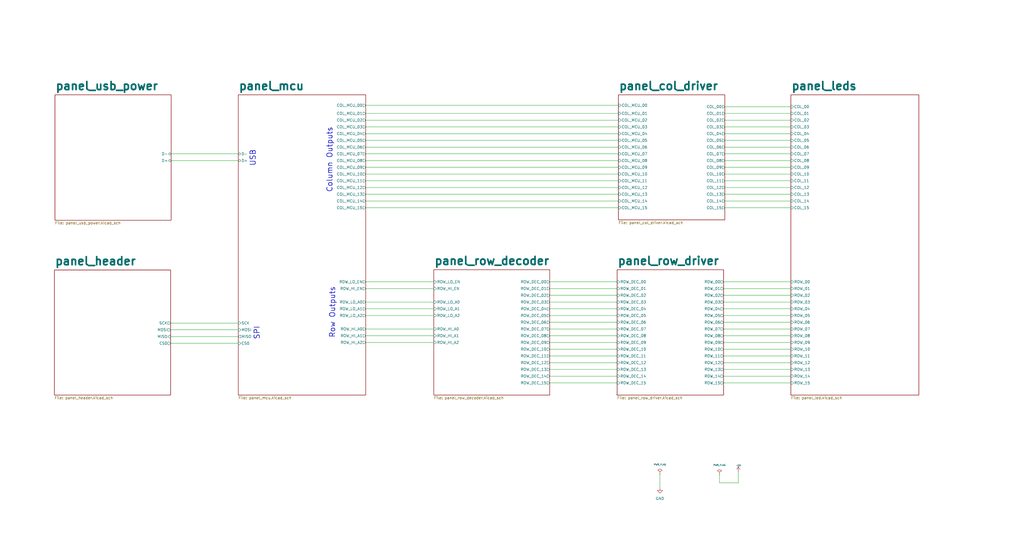
<source format=kicad_sch>
(kicad_sch (version 20230121) (generator eeschema)
  (paper "User" 482.6 254)
  (title_block (date "9 may 2016"))
  (lib_symbols
    (symbol "power:+5V" (power) (pin_names (offset 0))
      (property "Value" "+5V" (at 0 3.556 0))
      (symbol "+5V_0_1"
        (polyline (pts (xy -0.762 1.27) (xy 0 2.54)))
        (polyline (pts (xy 0 0) (xy 0 2.54)))
        (polyline (pts (xy 0 2.54) (xy 0.762 1.27)))
      )
      (symbol "+5V_1_1"
        (pin power_in line (at 0 0 90) (length 0) hide (name "+5V") (number "1"))
      )
    )
    (symbol "power:GND" (power) (pin_names (offset 0))
      (property "Value" "GND" (at 0 -3.81 0))
      (symbol "GND_0_1"
        (polyline (pts (xy 0 0) (xy 0 -1.27) (xy 1.27 -1.27) (xy 0 -2.54) (xy -1.27 -1.27) (xy 0 -1.27)))
      )
      (symbol "GND_1_1"
        (pin power_in line (at 0 0 270) (length 0) hide (name "GND") (number "1"))
      )
    )
    (symbol "power:PWR_FLAG" (power) (pin_numbers hide) (pin_names (offset 0) hide)
      (property "Value" "PWR_FLAG" (at 0 3.81 0))
      (symbol "PWR_FLAG_0_0"
        (pin power_out line (at 0 0 90) (length 0) (name "pwr") (number "1"))
      )
      (symbol "PWR_FLAG_0_1"
        (polyline (pts (xy 0 0) (xy 0 1.27) (xy -1.016 1.905) (xy 0 2.54) (xy 1.016 1.905) (xy 0 1.27)))
      )
    )
  )
  (wire (pts (xy 80.391 155.448) (xy 112.268 155.448)))
  (wire (pts (xy 340.995 136.017) (xy 372.745 136.017)))
  (wire (pts (xy 172.339 56.642) (xy 291.465 56.642)))
  (wire (pts (xy 341.63 85.217) (xy 372.745 85.217)))
  (wire (pts (xy 341.63 59.817) (xy 372.745 59.817)))
  (wire (pts (xy 259.08 139.192) (xy 290.83 139.192)))
  (wire (pts (xy 341.63 88.392) (xy 372.745 88.392)))
  (wire (pts (xy 172.339 49.657) (xy 291.465 49.657)))
  (wire (pts (xy 341.63 69.342) (xy 372.745 69.342)))
  (wire (pts (xy 341.63 50.292) (xy 372.745 50.292)))
  (wire (pts (xy 341.63 97.917) (xy 372.745 97.917)))
  (wire (pts (xy 340.995 167.767) (xy 372.745 167.767)))
  (wire (pts (xy 259.08 164.592) (xy 290.83 164.592)))
  (wire (pts (xy 172.339 69.342) (xy 291.465 69.342)))
  (wire (pts (xy 340.995 142.367) (xy 372.745 142.367)))
  (wire (pts (xy 259.08 151.892) (xy 290.83 151.892)))
  (wire (pts (xy 172.339 145.542) (xy 204.47 145.542)))
  (wire (pts (xy 172.339 75.692) (xy 291.465 75.692)))
  (wire (pts (xy 341.63 53.467) (xy 372.745 53.467)))
  (wire (pts (xy 339.09 227.584) (xy 347.98 227.584)))
  (wire (pts (xy 259.08 174.117) (xy 290.83 174.117)))
  (wire (pts (xy 80.391 158.623) (xy 112.268 158.623)))
  (wire (pts (xy 340.995 145.542) (xy 372.745 145.542)))
  (wire (pts (xy 341.63 82.042) (xy 372.745 82.042)))
  (polyline (pts (xy 290.703 185.928) (xy 290.703 186.182)))
  (wire (pts (xy 340.995 164.592) (xy 372.745 164.592)))
  (wire (pts (xy 172.339 161.417) (xy 204.47 161.417)))
  (wire (pts (xy 259.08 167.767) (xy 290.83 167.767)))
  (wire (pts (xy 339.09 223.774) (xy 339.09 227.584)))
  (wire (pts (xy 172.339 62.992) (xy 291.465 62.992)))
  (wire (pts (xy 172.339 82.042) (xy 291.465 82.042)))
  (wire (pts (xy 80.645 75.692) (xy 112.268 75.692)))
  (wire (pts (xy 259.08 177.292) (xy 290.83 177.292)))
  (wire (pts (xy 341.63 66.167) (xy 372.745 66.167)))
  (wire (pts (xy 340.995 170.942) (xy 372.745 170.942)))
  (wire (pts (xy 259.08 161.417) (xy 290.83 161.417)))
  (wire (pts (xy 340.995 132.842) (xy 372.745 132.842)))
  (wire (pts (xy 341.63 78.867) (xy 372.745 78.867)))
  (wire (pts (xy 172.339 142.367) (xy 204.47 142.367)))
  (wire (pts (xy 341.63 75.692) (xy 372.745 75.692)))
  (wire (pts (xy 340.995 148.717) (xy 372.745 148.717)))
  (wire (pts (xy 340.995 151.892) (xy 372.745 151.892)))
  (wire (pts (xy 80.645 72.517) (xy 112.268 72.517)))
  (wire (pts (xy 259.08 158.242) (xy 290.83 158.242)))
  (wire (pts (xy 341.63 72.517) (xy 372.745 72.517)))
  (wire (pts (xy 172.339 132.842) (xy 204.47 132.842)))
  (wire (pts (xy 347.98 227.584) (xy 347.98 222.504)))
  (wire (pts (xy 311.023 223.52) (xy 311.023 229.87)))
  (wire (pts (xy 340.995 155.067) (xy 372.745 155.067)))
  (wire (pts (xy 172.339 88.392) (xy 291.465 88.392)))
  (wire (pts (xy 259.08 136.017) (xy 290.83 136.017)))
  (wire (pts (xy 172.339 78.867) (xy 291.465 78.867)))
  (wire (pts (xy 172.339 148.717) (xy 204.47 148.717)))
  (wire (pts (xy 172.339 72.517) (xy 291.465 72.517)))
  (wire (pts (xy 259.08 180.467) (xy 290.83 180.467)))
  (wire (pts (xy 340.995 174.117) (xy 372.745 174.117)))
  (wire (pts (xy 259.08 170.942) (xy 290.83 170.942)))
  (wire (pts (xy 259.08 132.842) (xy 290.83 132.842)))
  (wire (pts (xy 341.63 62.992) (xy 372.745 62.992)))
  (wire (pts (xy 172.339 94.742) (xy 291.465 94.742)))
  (wire (pts (xy 340.995 180.467) (xy 372.745 180.467)))
  (wire (pts (xy 340.995 161.417) (xy 372.745 161.417)))
  (wire (pts (xy 259.08 155.067) (xy 290.83 155.067)))
  (wire (pts (xy 340.995 177.292) (xy 372.745 177.292)))
  (wire (pts (xy 172.339 53.467) (xy 291.465 53.467)))
  (wire (pts (xy 172.339 85.217) (xy 291.465 85.217)))
  (wire (pts (xy 172.339 136.017) (xy 204.47 136.017)))
  (polyline (pts (xy 372.745 185.928) (xy 372.745 186.182)))
  (wire (pts (xy 80.391 152.273) (xy 112.268 152.273)))
  (wire (pts (xy 172.339 97.917) (xy 291.465 97.917)))
  (wire (pts (xy 172.339 59.817) (xy 291.465 59.817)))
  (wire (pts (xy 341.63 56.642) (xy 372.745 56.642)))
  (wire (pts (xy 259.08 145.542) (xy 290.83 145.542)))
  (wire (pts (xy 172.339 155.067) (xy 204.47 155.067)))
  (wire (pts (xy 259.08 142.367) (xy 290.83 142.367)))
  (wire (pts (xy 340.995 158.242) (xy 372.745 158.242)))
  (wire (pts (xy 80.391 161.798) (xy 112.268 161.798)))
  (wire (pts (xy 341.63 91.567) (xy 372.745 91.567)))
  (wire (pts (xy 172.339 91.567) (xy 291.465 91.567)))
  (wire (pts (xy 172.339 158.242) (xy 204.47 158.242)))
  (wire (pts (xy 341.63 94.742) (xy 372.745 94.742)))
  (wire (pts (xy 259.08 148.717) (xy 290.83 148.717)))
  (wire (pts (xy 340.995 139.192) (xy 372.745 139.192)))
  (wire (pts (xy 172.339 66.167) (xy 291.465 66.167)))
  (text "SPI" (at 122.555 153.67 90) (effects (font (size 2.54 2.54) (thickness 0.254) bold) (justify right bottom)))
  (text "USB" (at 120.65 70.485 90) (effects (font (size 2.54 2.54) (thickness 0.254) bold) (justify right bottom)))
  (text "Column Outputs" (at 156.845 90.805 90) (effects (font (size 2.54 2.54) (thickness 0.254) bold) (justify left bottom)))
  (text "Row Outputs" (at 158.115 159.385 90) (effects (font (size 2.54 2.54) (thickness 0.254) bold) (justify left bottom)))
  (symbol (lib_id "power:PWR_FLAG") (at 311.023 223.52 0) (unit 1)
    (property "Reference" "#FLG01" (effects hide))
    (property "Value" "PWR_FLAG" (at 311.023 218.948 0) (effects (font (size 0.762 0.762))))
  )
  (symbol (lib_id "power:PWR_FLAG") (at 339.09 223.774 0) (unit 1)
    (property "Reference" "#FLG03" (effects hide))
    (property "Value" "PWR_FLAG" (at 339.09 219.202 0) (effects (font (size 0.762 0.762))))
  )
  (symbol (lib_id "power:GND") (at 311.023 229.87 0) (unit 1)
    (property "Reference" "#PWR051" (effects hide))
    (property "Value" "GND" (at 311.023 234.95 0))
  )
  (symbol (lib_id "power:+5V") (at 347.98 222.504 0) (unit 1)
    (property "Reference" "#PWR052" (effects hide))
    (property "Value" "+5V" (at 348.107 219.329 0) (effects (font (size 0.762 0.762))))
  )
  (sheet (at 291.465 44.704) (size 50.165 58.928) (stroke (width 0.1524))
    (property "Sheetname" "panel_col_driver" (at 291.465 42.7224 0) (effects (font (size 3.81 3.81) bold) (justify left bottom)))
    (property "Sheetfile" "panel_col_driver.kicad_sch" (at 291.465 104.2166 0) (effects (justify left top)))
    (pin "COL_08" output (at 341.63 75.692 0))
    (pin "COL_04" output (at 341.63 62.992 0))
    (pin "COL_MCU_12" input (at 291.465 88.392 180))
    (pin "COL_MCU_08" input (at 291.465 75.692 180))
    (pin "COL_MCU_09" input (at 291.465 78.867 180))
    (pin "COL_09" output (at 341.63 78.867 0))
    (pin "COL_05" output (at 341.63 66.167 0))
    (pin "COL_MCU_05" input (at 291.465 66.167 180))
    (pin "COL_MCU_04" input (at 291.465 62.992 180))
    (pin "COL_00" output (at 341.63 50.292 0))
    (pin "COL_MCU_00" input (at 291.465 49.657 180))
    (pin "COL_MCU_13" input (at 291.465 91.567 180))
    (pin "COL_12" output (at 341.63 88.392 0))
    (pin "COL_13" output (at 341.63 91.567 0))
    (pin "COL_01" output (at 341.63 53.467 0))
    (pin "COL_MCU_01" input (at 291.465 53.467 180))
    (pin "COL_10" output (at 341.63 82.042 0))
    (pin "COL_MCU_11" input (at 291.465 85.217 180))
    (pin "COL_MCU_15" input (at 291.465 97.917 180))
    (pin "COL_MCU_10" input (at 291.465 82.042 180))
    (pin "COL_MCU_14" input (at 291.465 94.742 180))
    (pin "COL_14" output (at 341.63 94.742 0))
    (pin "COL_MCU_03" input (at 291.465 59.817 180))
    (pin "COL_07" output (at 341.63 72.517 0))
    (pin "COL_03" output (at 341.63 59.817 0))
    (pin "COL_MCU_07" input (at 291.465 72.517 180))
    (pin "COL_15" output (at 341.63 97.917 0))
    (pin "COL_11" output (at 341.63 85.217 0))
    (pin "COL_06" output (at 341.63 69.342 0))
    (pin "COL_MCU_06" input (at 291.465 69.342 180))
    (pin "COL_MCU_02" input (at 291.465 56.642 180))
    (pin "COL_02" output (at 341.63 56.642 0))
  )
  (sheet (at 25.654 127.254) (size 54.737 58.928) (stroke (width 0.1524))
    (property "Sheetname" "panel_header" (at 25.654 125.2724 0) (effects (font (size 3.81 3.81) bold) (justify left bottom)))
    (property "Sheetfile" "panel_header.kicad_sch" (at 25.654 186.7666 0) (effects (justify left top)))
    (pin "MISO" input (at 80.391 158.623 0))
    (pin "CS0" output (at 80.391 161.798 0))
    (pin "MOSI" output (at 80.391 155.448 0))
    (pin "SCK" output (at 80.391 152.273 0))
  )
  (sheet (at 372.745 44.704) (size 60.325 141.478) (stroke (width 0.1524))
    (property "Sheetname" "panel_leds" (at 372.745 42.7224 0) (effects (font (size 3.81 3.81) bold) (justify left bottom)))
    (property "Sheetfile" "panel_led.kicad_sch" (at 372.745 186.7666 0) (effects (justify left top)))
    (pin "COL_03" input (at 372.745 59.817 180))
    (pin "COL_04" input (at 372.745 62.992 180))
    (pin "COL_01" input (at 372.745 53.467 180))
    (pin "COL_00" input (at 372.745 50.292 180))
    (pin "COL_02" input (at 372.745 56.642 180))
    (pin "COL_08" input (at 372.745 75.692 180))
    (pin "COL_05" input (at 372.745 66.167 180))
    (pin "COL_06" input (at 372.745 69.342 180))
    (pin "COL_07" input (at 372.745 72.517 180))
    (pin "COL_09" input (at 372.745 78.867 180))
    (pin "COL_10" input (at 372.745 82.042 180))
    (pin "COL_12" input (at 372.745 88.392 180))
    (pin "COL_11" input (at 372.745 85.217 180))
    (pin "ROW_03" input (at 372.745 142.367 180))
    (pin "ROW_04" input (at 372.745 145.542 180))
    (pin "ROW_14" input (at 372.745 177.292 180))
    (pin "ROW_15" input (at 372.745 180.467 180))
    (pin "ROW_13" input (at 372.745 174.117 180))
    (pin "ROW_11" input (at 372.745 167.767 180))
    (pin "ROW_12" input (at 372.745 170.942 180))
    (pin "ROW_09" input (at 372.745 161.417 180))
    (pin "ROW_10" input (at 372.745 164.592 180))
    (pin "ROW_08" input (at 372.745 158.242 180))
    (pin "ROW_07" input (at 372.745 155.067 180))
    (pin "ROW_06" input (at 372.745 151.892 180))
    (pin "ROW_05" input (at 372.745 148.717 180))
    (pin "ROW_01" input (at 372.745 136.017 180))
    (pin "ROW_00" input (at 372.745 132.842 180))
    (pin "ROW_02" input (at 372.745 139.192 180))
    (pin "COL_13" input (at 372.745 91.567 180))
    (pin "COL_15" input (at 372.745 97.917 180))
    (pin "COL_14" input (at 372.745 94.742 180))
  )
  (sheet (at 204.47 127.127) (size 54.61 59.055) (stroke (width 0.1524))
    (property "Sheetname" "panel_row_decoder" (at 204.47 125.1454 0) (effects (font (size 3.81 3.81) bold) (justify left bottom)))
    (property "Sheetfile" "panel_row_decoder.kicad_sch" (at 204.47 186.7666 0) (effects (justify left top)))
    (pin "ROW_DEC_00" output (at 259.08 132.842 0))
    (pin "ROW_DEC_07" output (at 259.08 155.067 0))
    (pin "ROW_DEC_02" output (at 259.08 139.192 0))
    (pin "ROW_DEC_04" output (at 259.08 145.542 0))
    (pin "ROW_DEC_01" output (at 259.08 136.017 0))
    (pin "ROW_DEC_03" output (at 259.08 142.367 0))
    (pin "ROW_DEC_13" output (at 259.08 174.117 0))
    (pin "ROW_DEC_08" output (at 259.08 158.242 0))
    (pin "ROW_DEC_10" output (at 259.08 164.592 0))
    (pin "ROW_DEC_09" output (at 259.08 161.417 0))
    (pin "ROW_DEC_15" output (at 259.08 180.467 0))
    (pin "ROW_DEC_11" output (at 259.08 167.767 0))
    (pin "ROW_DEC_12" output (at 259.08 170.942 0))
    (pin "ROW_DEC_14" output (at 259.08 177.292 0))
    (pin "ROW_HI_A2" input (at 204.47 161.417 180))
    (pin "ROW_HI_EN" input (at 204.47 136.017 180))
    (pin "ROW_LO_A2" input (at 204.47 148.717 180))
    (pin "ROW_LO_A1" input (at 204.47 145.542 180))
    (pin "ROW_LO_A0" input (at 204.47 142.367 180))
    (pin "ROW_HI_A1" input (at 204.47 158.242 180))
    (pin "ROW_HI_A0" input (at 204.47 155.067 180))
    (pin "ROW_DEC_05" output (at 259.08 148.717 0))
    (pin "ROW_DEC_06" output (at 259.08 151.892 0))
    (pin "ROW_LO_EN" input (at 204.47 132.842 180))
  )
  (sheet (at 112.268 44.704) (size 60.071 141.478) (stroke (width 0.1524))
    (property "Sheetname" "panel_mcu" (at 112.268 42.7224 0) (effects (font (size 3.81 3.81) bold) (justify left bottom)))
    (property "Sheetfile" "panel_mcu.kicad_sch" (at 112.268 186.7666 0) (effects (justify left top)))
    (pin "D-" bidirectional (at 112.268 72.517 180))
    (pin "ROW_LO_EN" output (at 172.339 132.842 0))
    (pin "ROW_HI_EN" output (at 172.339 136.017 0))
    (pin "D+" bidirectional (at 112.268 75.692 180))
    (pin "ROW_HI_A1" output (at 172.339 158.242 0))
    (pin "ROW_HI_A2" output (at 172.339 161.417 0))
    (pin "COL_MCU_04" output (at 172.339 62.992 0))
    (pin "COL_MCU_03" output (at 172.339 59.817 0))
    (pin "COL_MCU_02" output (at 172.339 56.642 0))
    (pin "COL_MCU_00" output (at 172.339 49.657 0))
    (pin "COL_MCU_01" output (at 172.339 53.467 0))
    (pin "CS0" input (at 112.268 161.798 180))
    (pin "MOSI" input (at 112.268 155.448 180))
    (pin "MISO" output (at 112.268 158.623 180))
    (pin "ROW_LO_A2" output (at 172.339 148.717 0))
    (pin "ROW_LO_A1" output (at 172.339 145.542 0))
    (pin "SCK" input (at 112.268 152.273 180))
    (pin "COL_MCU_05" output (at 172.339 66.167 0))
    (pin "COL_MCU_07" output (at 172.339 72.517 0))
    (pin "COL_MCU_09" output (at 172.339 78.867 0))
    (pin "COL_MCU_06" output (at 172.339 69.342 0))
    (pin "COL_MCU_08" output (at 172.339 75.692 0))
    (pin "COL_MCU_12" output (at 172.339 88.392 0))
    (pin "COL_MCU_11" output (at 172.339 85.217 0))
    (pin "COL_MCU_15" output (at 172.339 97.917 0))
    (pin "COL_MCU_13" output (at 172.339 91.567 0))
    (pin "COL_MCU_10" output (at 172.339 82.042 0))
    (pin "COL_MCU_14" output (at 172.339 94.742 0))
    (pin "ROW_LO_A0" output (at 172.339 142.367 0))
    (pin "ROW_HI_A0" output (at 172.339 155.067 0))
  )
  (sheet (at 290.83 127.127) (size 50.165 59.055) (stroke (width 0.1524))
    (property "Sheetname" "panel_row_driver" (at 290.83 125.1454 0) (effects (font (size 3.81 3.81) bold) (justify left bottom)))
    (property "Sheetfile" "panel_row_driver.kicad_sch" (at 290.83 186.7666 0) (effects (justify left top)))
    (pin "ROW_DEC_07" input (at 290.83 155.067 180))
    (pin "ROW_07" output (at 340.995 155.067 0))
    (pin "ROW_10" output (at 340.995 164.592 0))
    (pin "ROW_02" output (at 340.995 139.192 0))
    (pin "ROW_06" output (at 340.995 151.892 0))
    (pin "ROW_03" output (at 340.995 142.367 0))
    (pin "ROW_DEC_03" input (at 290.83 142.367 180))
    (pin "ROW_11" output (at 340.995 167.767 0))
    (pin "ROW_DEC_11" input (at 290.83 167.767 180))
    (pin "ROW_15" output (at 340.995 180.467 0))
    (pin "ROW_DEC_15" input (at 290.83 180.467 180))
    (pin "ROW_14" output (at 340.995 177.292 0))
    (pin "ROW_DEC_13" input (at 290.83 174.117 180))
    (pin "ROW_DEC_14" input (at 290.83 177.292 180))
    (pin "ROW_13" output (at 340.995 174.117 0))
    (pin "ROW_DEC_10" input (at 290.83 164.592 180))
    (pin "ROW_09" output (at 340.995 161.417 0))
    (pin "ROW_DEC_05" input (at 290.83 148.717 180))
    (pin "ROW_DEC_08" input (at 290.83 158.242 180))
    (pin "ROW_DEC_09" input (at 290.83 161.417 180))
    (pin "ROW_08" output (at 340.995 158.242 0))
    (pin "ROW_DEC_04" input (at 290.83 145.542 180))
    (pin "ROW_05" output (at 340.995 148.717 0))
    (pin "ROW_DEC_06" input (at 290.83 151.892 180))
    (pin "ROW_04" output (at 340.995 145.542 0))
    (pin "ROW_DEC_12" input (at 290.83 170.942 180))
    (pin "ROW_12" output (at 340.995 170.942 0))
    (pin "ROW_00" output (at 340.995 132.842 0))
    (pin "ROW_DEC_00" input (at 290.83 132.842 180))
    (pin "ROW_DEC_02" input (at 290.83 139.192 180))
    (pin "ROW_01" output (at 340.995 136.017 0))
    (pin "ROW_DEC_01" input (at 290.83 136.017 180))
  )
  (sheet (at 25.908 44.704) (size 54.737 59.055) (stroke (width 0.1524))
    (property "Sheetname" "panel_usb_power" (at 25.908 42.7224 0) (effects (font (size 3.81 3.81) bold) (justify left bottom)))
    (property "Sheetfile" "panel_usb_power.kicad_sch" (at 25.908 104.3436 0) (effects (justify left top)))
    (pin "D-" bidirectional (at 80.645 72.517 0))
    (pin "D+" bidirectional (at 80.645 75.692 0))
  )
)
</source>
